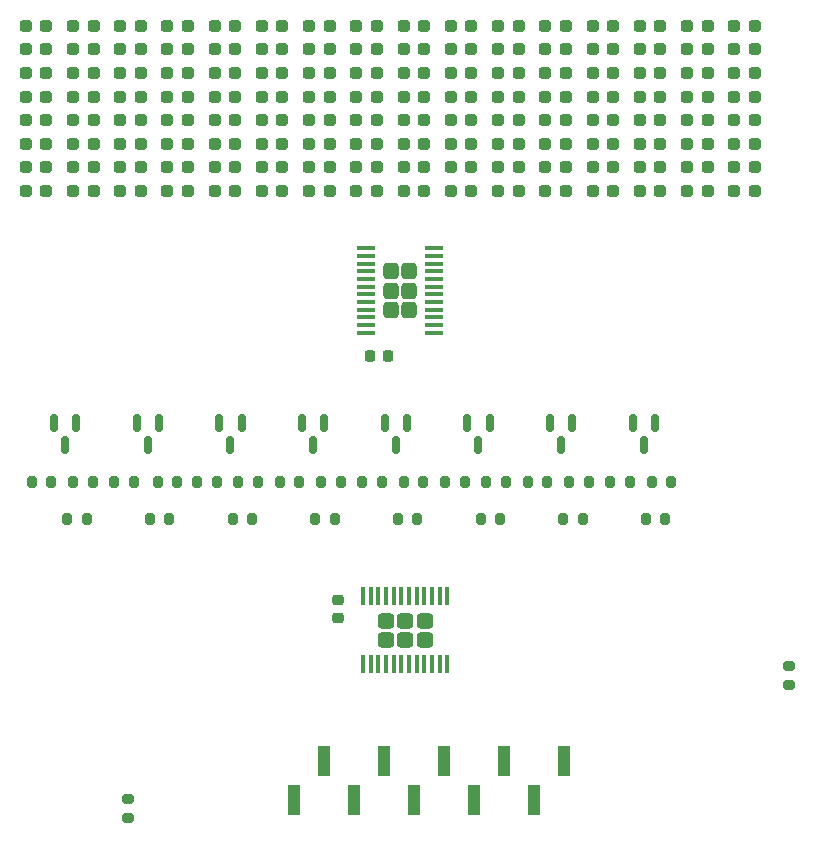
<source format=gbr>
%TF.GenerationSoftware,KiCad,Pcbnew,8.0.6*%
%TF.CreationDate,2024-11-26T09:23:38+00:00*%
%TF.ProjectId,stp16cp05_led_matrix_8x16_breakout_m0805,73747031-3663-4703-9035-5f6c65645f6d,v03*%
%TF.SameCoordinates,Original*%
%TF.FileFunction,Paste,Top*%
%TF.FilePolarity,Positive*%
%FSLAX46Y46*%
G04 Gerber Fmt 4.6, Leading zero omitted, Abs format (unit mm)*
G04 Created by KiCad (PCBNEW 8.0.6) date 2024-11-26 09:23:38*
%MOMM*%
%LPD*%
G01*
G04 APERTURE LIST*
G04 Aperture macros list*
%AMRoundRect*
0 Rectangle with rounded corners*
0 $1 Rounding radius*
0 $2 $3 $4 $5 $6 $7 $8 $9 X,Y pos of 4 corners*
0 Add a 4 corners polygon primitive as box body*
4,1,4,$2,$3,$4,$5,$6,$7,$8,$9,$2,$3,0*
0 Add four circle primitives for the rounded corners*
1,1,$1+$1,$2,$3*
1,1,$1+$1,$4,$5*
1,1,$1+$1,$6,$7*
1,1,$1+$1,$8,$9*
0 Add four rect primitives between the rounded corners*
20,1,$1+$1,$2,$3,$4,$5,0*
20,1,$1+$1,$4,$5,$6,$7,0*
20,1,$1+$1,$6,$7,$8,$9,0*
20,1,$1+$1,$8,$9,$2,$3,0*%
G04 Aperture macros list end*
%ADD10RoundRect,0.237500X0.287500X0.237500X-0.287500X0.237500X-0.287500X-0.237500X0.287500X-0.237500X0*%
%ADD11RoundRect,0.150000X-0.150000X0.587500X-0.150000X-0.587500X0.150000X-0.587500X0.150000X0.587500X0*%
%ADD12RoundRect,0.200000X-0.275000X0.200000X-0.275000X-0.200000X0.275000X-0.200000X0.275000X0.200000X0*%
%ADD13R,1.000000X2.510000*%
%ADD14RoundRect,0.200000X0.200000X0.275000X-0.200000X0.275000X-0.200000X-0.275000X0.200000X-0.275000X0*%
%ADD15RoundRect,0.200000X-0.200000X-0.275000X0.200000X-0.275000X0.200000X0.275000X-0.200000X0.275000X0*%
%ADD16RoundRect,0.249999X0.395001X0.420001X-0.395001X0.420001X-0.395001X-0.420001X0.395001X-0.420001X0*%
%ADD17RoundRect,0.100000X0.675000X0.100000X-0.675000X0.100000X-0.675000X-0.100000X0.675000X-0.100000X0*%
%ADD18RoundRect,0.200000X0.275000X-0.200000X0.275000X0.200000X-0.275000X0.200000X-0.275000X-0.200000X0*%
%ADD19RoundRect,0.249999X0.420001X-0.395001X0.420001X0.395001X-0.420001X0.395001X-0.420001X-0.395001X0*%
%ADD20RoundRect,0.100000X0.100000X-0.675000X0.100000X0.675000X-0.100000X0.675000X-0.100000X-0.675000X0*%
%ADD21RoundRect,0.225000X-0.250000X0.225000X-0.250000X-0.225000X0.250000X-0.225000X0.250000X0.225000X0*%
%ADD22RoundRect,0.225000X0.225000X0.250000X-0.225000X0.250000X-0.225000X-0.250000X0.225000X-0.250000X0*%
G04 APERTURE END LIST*
D10*
%TO.C,D701*%
X160874999Y-62000000D03*
X159125001Y-62000000D03*
%TD*%
D11*
%TO.C,Q4*%
X184419999Y-83662501D03*
X182519999Y-83662501D03*
X183469999Y-85537502D03*
%TD*%
D12*
%TO.C,R26*%
X223800000Y-104175000D03*
X223800000Y-105825000D03*
%TD*%
D10*
%TO.C,D206*%
X180874999Y-52000000D03*
X179125001Y-52000000D03*
%TD*%
%TO.C,D408*%
X188874999Y-56000000D03*
X187125001Y-56000000D03*
%TD*%
%TO.C,D302*%
X164874999Y-54000000D03*
X163125001Y-54000000D03*
%TD*%
%TO.C,D212*%
X204874999Y-52000000D03*
X203125001Y-52000000D03*
%TD*%
D13*
%TO.C,J2*%
X204669999Y-112290000D03*
X202129999Y-115600000D03*
X199589999Y-112290000D03*
X197049999Y-115600000D03*
X194509999Y-112290000D03*
X191969999Y-115600000D03*
X189429999Y-112290000D03*
X186889999Y-115600000D03*
X184349999Y-112290000D03*
X181809999Y-115600000D03*
%TD*%
D10*
%TO.C,D406*%
X180874999Y-56000000D03*
X179125001Y-56000000D03*
%TD*%
%TO.C,D312*%
X204874999Y-54000000D03*
X203125001Y-54000000D03*
%TD*%
%TO.C,D511*%
X200874999Y-58000000D03*
X199125001Y-58000000D03*
%TD*%
%TO.C,D115*%
X216874999Y-50000000D03*
X215125001Y-50000000D03*
%TD*%
%TO.C,D215*%
X216874999Y-52000000D03*
X215125001Y-52000000D03*
%TD*%
%TO.C,D401*%
X160874999Y-56000000D03*
X159125001Y-56000000D03*
%TD*%
%TO.C,D311*%
X200874999Y-54000000D03*
X199125001Y-54000000D03*
%TD*%
%TO.C,D810*%
X196874999Y-64000000D03*
X195125001Y-64000000D03*
%TD*%
%TO.C,D214*%
X212874999Y-52000000D03*
X211125001Y-52000000D03*
%TD*%
%TO.C,D605*%
X176874999Y-60000000D03*
X175125001Y-60000000D03*
%TD*%
D14*
%TO.C,R12*%
X185300000Y-91800000D03*
X183650000Y-91800000D03*
%TD*%
D10*
%TO.C,D107*%
X184874999Y-50000000D03*
X183125001Y-50000000D03*
%TD*%
%TO.C,D501*%
X160874999Y-58000000D03*
X159125001Y-58000000D03*
%TD*%
%TO.C,D313*%
X208874999Y-54000000D03*
X207125001Y-54000000D03*
%TD*%
%TO.C,D813*%
X208874999Y-64000000D03*
X207125001Y-64000000D03*
%TD*%
%TO.C,D304*%
X172874999Y-54000000D03*
X171125001Y-54000000D03*
%TD*%
%TO.C,D516*%
X220874999Y-58000000D03*
X219125001Y-58000000D03*
%TD*%
%TO.C,D404*%
X172874999Y-56000000D03*
X171125001Y-56000000D03*
%TD*%
%TO.C,D414*%
X212874999Y-56000000D03*
X211125001Y-56000000D03*
%TD*%
%TO.C,D207*%
X184874999Y-52000000D03*
X183125001Y-52000000D03*
%TD*%
D14*
%TO.C,R6*%
X171300000Y-91800000D03*
X169650000Y-91800000D03*
%TD*%
D10*
%TO.C,D610*%
X196874999Y-60000000D03*
X195125001Y-60000000D03*
%TD*%
%TO.C,D305*%
X176874999Y-54000000D03*
X175125001Y-54000000D03*
%TD*%
%TO.C,D715*%
X216874999Y-62000000D03*
X215125001Y-62000000D03*
%TD*%
%TO.C,D804*%
X172874999Y-64000000D03*
X171125001Y-64000000D03*
%TD*%
%TO.C,D210*%
X196874999Y-52000000D03*
X195125001Y-52000000D03*
%TD*%
%TO.C,D505*%
X176874999Y-58000000D03*
X175125001Y-58000000D03*
%TD*%
D14*
%TO.C,R2*%
X161294999Y-88600001D03*
X159644999Y-88600001D03*
%TD*%
D11*
%TO.C,Q1*%
X163419999Y-83662501D03*
X161519999Y-83662501D03*
X162469999Y-85537502D03*
%TD*%
D10*
%TO.C,D510*%
X196874999Y-58000000D03*
X195125001Y-58000000D03*
%TD*%
%TO.C,D101*%
X160874999Y-50000000D03*
X159125001Y-50000000D03*
%TD*%
D15*
%TO.C,R7*%
X177144999Y-88600001D03*
X178794999Y-88600001D03*
%TD*%
D11*
%TO.C,Q8*%
X212419999Y-83662501D03*
X210519999Y-83662501D03*
X211469999Y-85537502D03*
%TD*%
D10*
%TO.C,D405*%
X176874999Y-56000000D03*
X175125001Y-56000000D03*
%TD*%
%TO.C,D316*%
X220874999Y-54000000D03*
X219125001Y-54000000D03*
%TD*%
D16*
%TO.C,U2*%
X191625000Y-74095000D03*
X191625000Y-72425000D03*
X191625000Y-70755000D03*
X190025000Y-74095000D03*
X190025000Y-72425000D03*
X190025000Y-70755000D03*
D17*
X193700000Y-76000000D03*
X193700000Y-75350000D03*
X193700000Y-74700000D03*
X193700000Y-74050000D03*
X193700000Y-73400000D03*
X193700000Y-72750000D03*
X193700000Y-72100000D03*
X193700000Y-71450000D03*
X193700000Y-70800000D03*
X193700000Y-70150000D03*
X193700000Y-69500000D03*
X193700000Y-68850000D03*
X187950000Y-68850000D03*
X187950000Y-69500000D03*
X187950000Y-70150000D03*
X187950000Y-70800000D03*
X187950000Y-71450000D03*
X187950000Y-72100000D03*
X187950000Y-72750000D03*
X187950000Y-73400000D03*
X187950000Y-74050000D03*
X187950000Y-74700000D03*
X187950000Y-75350000D03*
X187950000Y-76000000D03*
%TD*%
D14*
%TO.C,R23*%
X210294999Y-88600000D03*
X208644999Y-88600000D03*
%TD*%
%TO.C,R15*%
X192300000Y-91800000D03*
X190650000Y-91800000D03*
%TD*%
D10*
%TO.C,D716*%
X220874999Y-62000000D03*
X219125001Y-62000000D03*
%TD*%
%TO.C,D713*%
X208874999Y-62000000D03*
X207125001Y-62000000D03*
%TD*%
%TO.C,D209*%
X192874999Y-52000000D03*
X191125001Y-52000000D03*
%TD*%
%TO.C,D606*%
X180874999Y-60000000D03*
X179125001Y-60000000D03*
%TD*%
%TO.C,D416*%
X220874999Y-56000000D03*
X219125001Y-56000000D03*
%TD*%
%TO.C,D208*%
X188874999Y-52000000D03*
X187125001Y-52000000D03*
%TD*%
D11*
%TO.C,Q3*%
X177419999Y-83662501D03*
X175519999Y-83662501D03*
X176469999Y-85537502D03*
%TD*%
D10*
%TO.C,D504*%
X172874999Y-58000000D03*
X171125001Y-58000000D03*
%TD*%
D14*
%TO.C,R18*%
X199300000Y-91800000D03*
X197650000Y-91800000D03*
%TD*%
D10*
%TO.C,D310*%
X196874999Y-54000000D03*
X195125001Y-54000000D03*
%TD*%
%TO.C,D509*%
X192874999Y-58000000D03*
X191125001Y-58000000D03*
%TD*%
%TO.C,D410*%
X196874999Y-56000000D03*
X195125001Y-56000000D03*
%TD*%
D14*
%TO.C,R21*%
X206300000Y-91800000D03*
X204650000Y-91800000D03*
%TD*%
D15*
%TO.C,R13*%
X191144999Y-88600001D03*
X192794999Y-88600001D03*
%TD*%
D10*
%TO.C,D604*%
X172874999Y-60000000D03*
X171125001Y-60000000D03*
%TD*%
%TO.C,D602*%
X164874999Y-60000000D03*
X163125001Y-60000000D03*
%TD*%
%TO.C,D612*%
X204874999Y-60000000D03*
X203125001Y-60000000D03*
%TD*%
%TO.C,D603*%
X168874999Y-60000000D03*
X167125001Y-60000000D03*
%TD*%
D14*
%TO.C,R17*%
X196295000Y-88600001D03*
X194645000Y-88600001D03*
%TD*%
%TO.C,R9*%
X178300000Y-91800000D03*
X176650000Y-91800000D03*
%TD*%
D10*
%TO.C,D211*%
X200874999Y-52000000D03*
X199125001Y-52000000D03*
%TD*%
%TO.C,D201*%
X160874999Y-52000000D03*
X159125001Y-52000000D03*
%TD*%
%TO.C,D816*%
X220874999Y-64000000D03*
X219125001Y-64000000D03*
%TD*%
%TO.C,D507*%
X184874999Y-58000000D03*
X183125001Y-58000000D03*
%TD*%
%TO.C,D508*%
X188874999Y-58000000D03*
X187125001Y-58000000D03*
%TD*%
%TO.C,D512*%
X204874999Y-58000000D03*
X203125001Y-58000000D03*
%TD*%
%TO.C,D802*%
X164874999Y-64000000D03*
X163125001Y-64000000D03*
%TD*%
%TO.C,D105*%
X176874999Y-50000000D03*
X175125001Y-50000000D03*
%TD*%
D14*
%TO.C,R24*%
X213300000Y-91800000D03*
X211650000Y-91800000D03*
%TD*%
D11*
%TO.C,Q6*%
X198419999Y-83662501D03*
X196519999Y-83662501D03*
X197469999Y-85537502D03*
%TD*%
D10*
%TO.C,D710*%
X196874999Y-62000000D03*
X195125001Y-62000000D03*
%TD*%
%TO.C,D712*%
X204874999Y-62000000D03*
X203125001Y-62000000D03*
%TD*%
%TO.C,D102*%
X164874999Y-50000000D03*
X163125001Y-50000000D03*
%TD*%
%TO.C,D709*%
X192874999Y-62000000D03*
X191125001Y-62000000D03*
%TD*%
D15*
%TO.C,R10*%
X184144999Y-88600000D03*
X185794999Y-88600000D03*
%TD*%
D10*
%TO.C,D811*%
X200874999Y-64000000D03*
X199125001Y-64000000D03*
%TD*%
%TO.C,D711*%
X200874999Y-62000000D03*
X199125001Y-62000000D03*
%TD*%
%TO.C,D106*%
X180874999Y-50000000D03*
X179125001Y-50000000D03*
%TD*%
%TO.C,D616*%
X220874999Y-60000000D03*
X219125001Y-60000000D03*
%TD*%
%TO.C,D705*%
X176874999Y-62000000D03*
X175125001Y-62000000D03*
%TD*%
%TO.C,D614*%
X212874999Y-60000000D03*
X211125001Y-60000000D03*
%TD*%
%TO.C,D608*%
X188874999Y-60000000D03*
X187125001Y-60000000D03*
%TD*%
%TO.C,D306*%
X180874999Y-54000000D03*
X179125001Y-54000000D03*
%TD*%
%TO.C,D613*%
X208874999Y-60000000D03*
X207125001Y-60000000D03*
%TD*%
%TO.C,D812*%
X204874999Y-64000000D03*
X203125001Y-64000000D03*
%TD*%
%TO.C,D213*%
X208874999Y-52000000D03*
X207125001Y-52000000D03*
%TD*%
%TO.C,D112*%
X204874999Y-50000000D03*
X203125001Y-50000000D03*
%TD*%
%TO.C,D111*%
X200874999Y-50000000D03*
X199125001Y-50000000D03*
%TD*%
%TO.C,D502*%
X164874999Y-58000000D03*
X163125001Y-58000000D03*
%TD*%
%TO.C,D815*%
X216874999Y-64000000D03*
X215125001Y-64000000D03*
%TD*%
%TO.C,D411*%
X200874999Y-56000000D03*
X199125001Y-56000000D03*
%TD*%
D18*
%TO.C,R25*%
X167800000Y-117100000D03*
X167800000Y-115450000D03*
%TD*%
D10*
%TO.C,D506*%
X180874999Y-58000000D03*
X179125001Y-58000000D03*
%TD*%
D14*
%TO.C,R11*%
X182294999Y-88600001D03*
X180644999Y-88600001D03*
%TD*%
%TO.C,R14*%
X189294999Y-88600001D03*
X187644999Y-88600001D03*
%TD*%
D10*
%TO.C,D314*%
X212874999Y-54000000D03*
X211125001Y-54000000D03*
%TD*%
%TO.C,D611*%
X200874999Y-60000000D03*
X199125001Y-60000000D03*
%TD*%
%TO.C,D702*%
X164874999Y-62000000D03*
X163125001Y-62000000D03*
%TD*%
%TO.C,D415*%
X216874999Y-56000000D03*
X215125001Y-56000000D03*
%TD*%
D14*
%TO.C,R20*%
X203294999Y-88600001D03*
X201644999Y-88600001D03*
%TD*%
D10*
%TO.C,D714*%
X212874999Y-62000000D03*
X211125001Y-62000000D03*
%TD*%
%TO.C,D307*%
X184874999Y-54000000D03*
X183125001Y-54000000D03*
%TD*%
%TO.C,D615*%
X216874999Y-60000000D03*
X215125001Y-60000000D03*
%TD*%
D19*
%TO.C,U1*%
X189599999Y-102000000D03*
X192939999Y-102000000D03*
X191269999Y-101999999D03*
X191269999Y-100400001D03*
X189599999Y-100400000D03*
X192939999Y-100400000D03*
D20*
X187694999Y-104075000D03*
X188344999Y-104075000D03*
X188994999Y-104075000D03*
X189644998Y-104075000D03*
X190294999Y-104075000D03*
X190944999Y-104075000D03*
X191594999Y-104075000D03*
X192244999Y-104075000D03*
X192895000Y-104075000D03*
X193544999Y-104075000D03*
X194194999Y-104075000D03*
X194844999Y-104075000D03*
X194844999Y-98325000D03*
X194194999Y-98325000D03*
X193544999Y-98325000D03*
X192895000Y-98325000D03*
X192244999Y-98325000D03*
X191594999Y-98325000D03*
X190944999Y-98325000D03*
X190294999Y-98325000D03*
X189644998Y-98325000D03*
X188994999Y-98325000D03*
X188344999Y-98325000D03*
X187694999Y-98325000D03*
%TD*%
D10*
%TO.C,D203*%
X168874999Y-52000000D03*
X167125001Y-52000000D03*
%TD*%
D14*
%TO.C,R8*%
X175294999Y-88600001D03*
X173644999Y-88600001D03*
%TD*%
D10*
%TO.C,D108*%
X188874999Y-50000000D03*
X187125001Y-50000000D03*
%TD*%
D15*
%TO.C,R22*%
X212144999Y-88600001D03*
X213794999Y-88600001D03*
%TD*%
D10*
%TO.C,D315*%
X216874999Y-54000000D03*
X215125001Y-54000000D03*
%TD*%
%TO.C,D303*%
X168874999Y-54000000D03*
X167125001Y-54000000D03*
%TD*%
D14*
%TO.C,R3*%
X164300000Y-91800000D03*
X162650000Y-91800000D03*
%TD*%
D10*
%TO.C,D409*%
X192874999Y-56000000D03*
X191125001Y-56000000D03*
%TD*%
%TO.C,D805*%
X176874999Y-64000000D03*
X175125001Y-64000000D03*
%TD*%
%TO.C,D301*%
X160874999Y-54000000D03*
X159125001Y-54000000D03*
%TD*%
%TO.C,D109*%
X192874999Y-50000000D03*
X191125001Y-50000000D03*
%TD*%
D14*
%TO.C,R5*%
X168294999Y-88600001D03*
X166644999Y-88600001D03*
%TD*%
D10*
%TO.C,D707*%
X184874999Y-62000000D03*
X183125001Y-62000000D03*
%TD*%
%TO.C,D308*%
X188874999Y-54000000D03*
X187125001Y-54000000D03*
%TD*%
%TO.C,D808*%
X188874999Y-64000000D03*
X187125001Y-64000000D03*
%TD*%
D15*
%TO.C,R1*%
X163144999Y-88600001D03*
X164794999Y-88600001D03*
%TD*%
D10*
%TO.C,D609*%
X192874999Y-60000000D03*
X191125001Y-60000000D03*
%TD*%
%TO.C,D514*%
X212874999Y-58000000D03*
X211125001Y-58000000D03*
%TD*%
%TO.C,D807*%
X184874999Y-64000000D03*
X183125001Y-64000000D03*
%TD*%
%TO.C,D607*%
X184874999Y-60000000D03*
X183125001Y-60000000D03*
%TD*%
%TO.C,D205*%
X176874999Y-52000000D03*
X175125001Y-52000000D03*
%TD*%
%TO.C,D202*%
X164874999Y-52000000D03*
X163125001Y-52000000D03*
%TD*%
%TO.C,D402*%
X164874999Y-56000000D03*
X163125001Y-56000000D03*
%TD*%
D15*
%TO.C,R19*%
X205144999Y-88600001D03*
X206794999Y-88600001D03*
%TD*%
D10*
%TO.C,D114*%
X212874999Y-50000000D03*
X211125001Y-50000000D03*
%TD*%
D21*
%TO.C,C2*%
X185600000Y-98625000D03*
X185600000Y-100175000D03*
%TD*%
D10*
%TO.C,D309*%
X192874999Y-54000000D03*
X191125001Y-54000000D03*
%TD*%
%TO.C,D809*%
X192874999Y-64000000D03*
X191125001Y-64000000D03*
%TD*%
%TO.C,D801*%
X160874999Y-64000000D03*
X159125001Y-64000000D03*
%TD*%
%TO.C,D413*%
X208874999Y-56000000D03*
X207125001Y-56000000D03*
%TD*%
%TO.C,D803*%
X168874999Y-64000000D03*
X167125001Y-64000000D03*
%TD*%
%TO.C,D513*%
X208874999Y-58000000D03*
X207125001Y-58000000D03*
%TD*%
%TO.C,D703*%
X168874999Y-62000000D03*
X167125001Y-62000000D03*
%TD*%
%TO.C,D706*%
X180874999Y-62000000D03*
X179125001Y-62000000D03*
%TD*%
%TO.C,D601*%
X160874999Y-60000000D03*
X159125001Y-60000000D03*
%TD*%
%TO.C,D708*%
X188874999Y-62000000D03*
X187125001Y-62000000D03*
%TD*%
%TO.C,D515*%
X216874999Y-58000000D03*
X215125001Y-58000000D03*
%TD*%
%TO.C,D704*%
X172874999Y-62000000D03*
X171125001Y-62000000D03*
%TD*%
%TO.C,D806*%
X180874999Y-64000000D03*
X179125001Y-64000000D03*
%TD*%
D15*
%TO.C,R4*%
X170315000Y-88600001D03*
X171965000Y-88600001D03*
%TD*%
D11*
%TO.C,Q7*%
X205419999Y-83662501D03*
X203519999Y-83662501D03*
X204469999Y-85537502D03*
%TD*%
D15*
%TO.C,R16*%
X198144998Y-88600001D03*
X199794998Y-88600001D03*
%TD*%
D10*
%TO.C,D104*%
X172874999Y-50000000D03*
X171125001Y-50000000D03*
%TD*%
%TO.C,D407*%
X184874999Y-56000000D03*
X183125001Y-56000000D03*
%TD*%
%TO.C,D103*%
X168874999Y-50000000D03*
X167125001Y-50000000D03*
%TD*%
%TO.C,D403*%
X168874999Y-56000000D03*
X167125001Y-56000000D03*
%TD*%
%TO.C,D116*%
X220874999Y-50000000D03*
X219125001Y-50000000D03*
%TD*%
%TO.C,D216*%
X220874999Y-52000000D03*
X219125001Y-52000000D03*
%TD*%
%TO.C,D204*%
X172874999Y-52000000D03*
X171125001Y-52000000D03*
%TD*%
%TO.C,D412*%
X204874999Y-56000000D03*
X203125001Y-56000000D03*
%TD*%
%TO.C,D113*%
X208874999Y-50000000D03*
X207125001Y-50000000D03*
%TD*%
D11*
%TO.C,Q2*%
X170419999Y-83662501D03*
X168519999Y-83662501D03*
X169469999Y-85537502D03*
%TD*%
D10*
%TO.C,D503*%
X168874999Y-58000000D03*
X167125001Y-58000000D03*
%TD*%
D22*
%TO.C,C3*%
X189800000Y-78000000D03*
X188250000Y-78000000D03*
%TD*%
D10*
%TO.C,D110*%
X196874999Y-50000000D03*
X195125001Y-50000000D03*
%TD*%
D11*
%TO.C,Q5*%
X191419999Y-83662501D03*
X189519999Y-83662501D03*
X190469999Y-85537502D03*
%TD*%
D10*
%TO.C,D814*%
X212874999Y-64000000D03*
X211125001Y-64000000D03*
%TD*%
M02*

</source>
